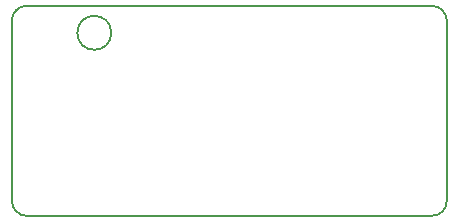
<source format=gm1>
G04 #@! TF.FileFunction,Profile,NP*
%FSLAX46Y46*%
G04 Gerber Fmt 4.6, Leading zero omitted, Abs format (unit mm)*
G04 Created by KiCad (PCBNEW 4.0.7) date 12/03/18 23:46:06*
%MOMM*%
%LPD*%
G01*
G04 APERTURE LIST*
%ADD10C,0.100000*%
%ADD11C,0.150000*%
G04 APERTURE END LIST*
D10*
D11*
X140970000Y-114300000D02*
G75*
G03X142240000Y-115570000I1270000J0D01*
G01*
X142240000Y-97790000D02*
G75*
G03X140970000Y-99060000I0J-1270000D01*
G01*
X176530000Y-115570000D02*
G75*
G03X177800000Y-114300000I0J1270000D01*
G01*
X177800000Y-99060000D02*
G75*
G03X176530000Y-97790000I-1270000J0D01*
G01*
X149391841Y-100076000D02*
G75*
G03X149391841Y-100076000I-1436841J0D01*
G01*
X177800000Y-114300000D02*
X177800000Y-99060000D01*
X142240000Y-115570000D02*
X176530000Y-115570000D01*
X140970000Y-99060000D02*
X140970000Y-114300000D01*
X176530000Y-97790000D02*
X142240000Y-97790000D01*
M02*

</source>
